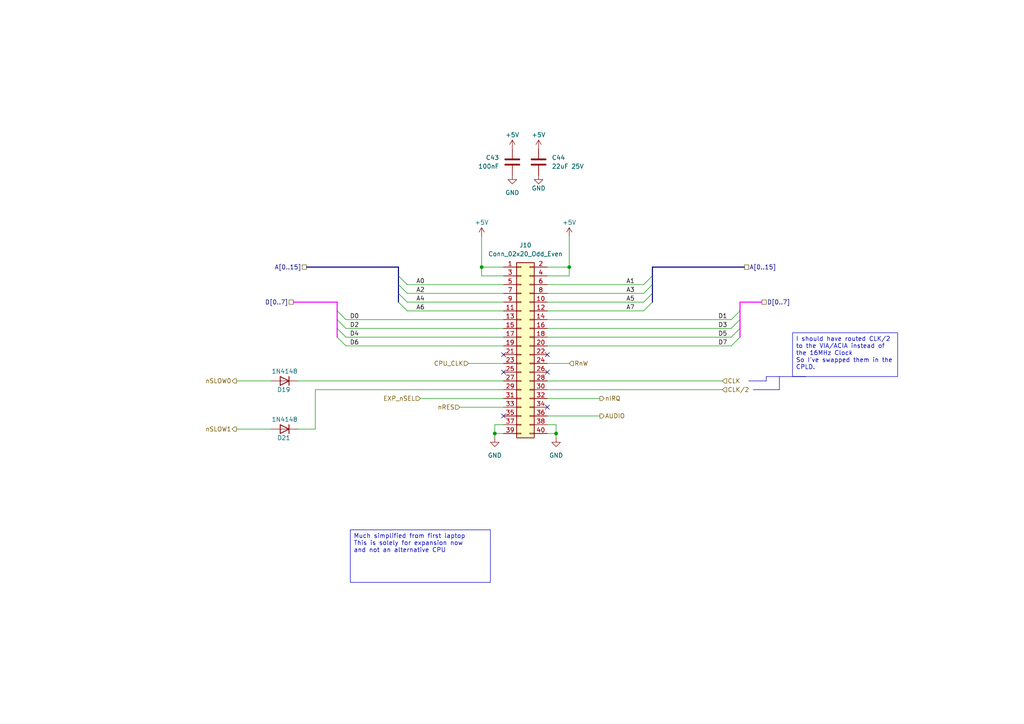
<source format=kicad_sch>
(kicad_sch (version 20250114) (generator "eeschema") (generator_version "9.0")
  (paper "A4")
  (lib_symbols
    (symbol "Connector_Generic:Conn_02x20_Odd_Even" (pin_names (offset 1.016) (hide yes))
      (property "Reference" "J" (at 1.27 25.4 0))
      (property "Value" "Conn_02x20_Odd_Even" (at 1.27 -27.94 0))
      (symbol "Conn_02x20_Odd_Even_1_1"
        (rectangle (start -1.27 24.13) (end 3.81 -26.67) (stroke (width 0.254)) (fill (type background)))
        (rectangle (start -1.27 22.987) (end 0 22.733) (stroke (width 0.1524)))
        (rectangle (start -1.27 20.447) (end 0 20.193) (stroke (width 0.1524)))
        (rectangle (start -1.27 17.907) (end 0 17.653) (stroke (width 0.1524)))
        (rectangle (start -1.27 15.367) (end 0 15.113) (stroke (width 0.1524)))
        (rectangle (start -1.27 12.827) (end 0 12.573) (stroke (width 0.1524)))
        (rectangle (start -1.27 10.287) (end 0 10.033) (stroke (width 0.1524)))
        (rectangle (start -1.27 7.747) (end 0 7.493) (stroke (width 0.1524)))
        (rectangle (start -1.27 5.207) (end 0 4.953) (stroke (width 0.1524)))
        (rectangle (start -1.27 2.667) (end 0 2.413) (stroke (width 0.1524)))
        (rectangle (start -1.27 0.127) (end 0 -0.127) (stroke (width 0.1524)))
        (rectangle (start -1.27 -2.413) (end 0 -2.667) (stroke (width 0.1524)))
        (rectangle (start -1.27 -4.953) (end 0 -5.207) (stroke (width 0.1524)))
        (rectangle (start -1.27 -7.493) (end 0 -7.747) (stroke (width 0.1524)))
        (rectangle (start -1.27 -10.033) (end 0 -10.287) (stroke (width 0.1524)))
        (rectangle (start -1.27 -12.573) (end 0 -12.827) (stroke (width 0.1524)))
        (rectangle (start -1.27 -15.113) (end 0 -15.367) (stroke (width 0.1524)))
        (rectangle (start -1.27 -17.653) (end 0 -17.907) (stroke (width 0.1524)))
        (rectangle (start -1.27 -20.193) (end 0 -20.447) (stroke (width 0.1524)))
        (rectangle (start -1.27 -22.733) (end 0 -22.987) (stroke (width 0.1524)))
        (rectangle (start -1.27 -25.273) (end 0 -25.527) (stroke (width 0.1524)))
        (rectangle (start 3.81 22.987) (end 2.54 22.733) (stroke (width 0.1524)))
        (rectangle (start 3.81 20.447) (end 2.54 20.193) (stroke (width 0.1524)))
        (rectangle (start 3.81 17.907) (end 2.54 17.653) (stroke (width 0.1524)))
        (rectangle (start 3.81 15.367) (end 2.54 15.113) (stroke (width 0.1524)))
        (rectangle (start 3.81 12.827) (end 2.54 12.573) (stroke (width 0.1524)))
        (rectangle (start 3.81 10.287) (end 2.54 10.033) (stroke (width 0.1524)))
        (rectangle (start 3.81 7.747) (end 2.54 7.493) (stroke (width 0.1524)))
        (rectangle (start 3.81 5.207) (end 2.54 4.953) (stroke (width 0.1524)))
        (rectangle (start 3.81 2.667) (end 2.54 2.413) (stroke (width 0.1524)))
        (rectangle (start 3.81 0.127) (end 2.54 -0.127) (stroke (width 0.1524)))
        (rectangle (start 3.81 -2.413) (end 2.54 -2.667) (stroke (width 0.1524)))
        (rectangle (start 3.81 -4.953) (end 2.54 -5.207) (stroke (width 0.1524)))
        (rectangle (start 3.81 -7.493) (end 2.54 -7.747) (stroke (width 0.1524)))
        (rectangle (start 3.81 -10.033) (end 2.54 -10.287) (stroke (width 0.1524)))
        (rectangle (start 3.81 -12.573) (end 2.54 -12.827) (stroke (width 0.1524)))
        (rectangle (start 3.81 -15.113) (end 2.54 -15.367) (stroke (width 0.1524)))
        (rectangle (start 3.81 -17.653) (end 2.54 -17.907) (stroke (width 0.1524)))
        (rectangle (start 3.81 -20.193) (end 2.54 -20.447) (stroke (width 0.1524)))
        (rectangle (start 3.81 -22.733) (end 2.54 -22.987) (stroke (width 0.1524)))
        (rectangle (start 3.81 -25.273) (end 2.54 -25.527) (stroke (width 0.1524)))
        (pin passive line (at -5.08 22.86 0) (length 3.81) (name "Pin_1") (number "1"))
        (pin passive line (at -5.08 20.32 0) (length 3.81) (name "Pin_3") (number "3"))
        (pin passive line (at -5.08 17.78 0) (length 3.81) (name "Pin_5") (number "5"))
        (pin passive line (at -5.08 15.24 0) (length 3.81) (name "Pin_7") (number "7"))
        (pin passive line (at -5.08 12.7 0) (length 3.81) (name "Pin_9") (number "9"))
        (pin passive line (at -5.08 10.16 0) (length 3.81) (name "Pin_11") (number "11"))
        (pin passive line (at -5.08 7.62 0) (length 3.81) (name "Pin_13") (number "13"))
        (pin passive line (at -5.08 5.08 0) (length 3.81) (name "Pin_15") (number "15"))
        (pin passive line (at -5.08 2.54 0) (length 3.81) (name "Pin_17") (number "17"))
        (pin passive line (at -5.08 0 0) (length 3.81) (name "Pin_19") (number "19"))
        (pin passive line (at -5.08 -2.54 0) (length 3.81) (name "Pin_21") (number "21"))
        (pin passive line (at -5.08 -5.08 0) (length 3.81) (name "Pin_23") (number "23"))
        (pin passive line (at -5.08 -7.62 0) (length 3.81) (name "Pin_25") (number "25"))
        (pin passive line (at -5.08 -10.16 0) (length 3.81) (name "Pin_27") (number "27"))
        (pin passive line (at -5.08 -12.7 0) (length 3.81) (name "Pin_29") (number "29"))
        (pin passive line (at -5.08 -15.24 0) (length 3.81) (name "Pin_31") (number "31"))
        (pin passive line (at -5.08 -17.78 0) (length 3.81) (name "Pin_33") (number "33"))
        (pin passive line (at -5.08 -20.32 0) (length 3.81) (name "Pin_35") (number "35"))
        (pin passive line (at -5.08 -22.86 0) (length 3.81) (name "Pin_37") (number "37"))
        (pin passive line (at -5.08 -25.4 0) (length 3.81) (name "Pin_39") (number "39"))
        (pin passive line (at 7.62 22.86 180) (length 3.81) (name "Pin_2") (number "2"))
        (pin passive line (at 7.62 20.32 180) (length 3.81) (name "Pin_4") (number "4"))
        (pin passive line (at 7.62 17.78 180) (length 3.81) (name "Pin_6") (number "6"))
        (pin passive line (at 7.62 15.24 180) (length 3.81) (name "Pin_8") (number "8"))
        (pin passive line (at 7.62 12.7 180) (length 3.81) (name "Pin_10") (number "10"))
        (pin passive line (at 7.62 10.16 180) (length 3.81) (name "Pin_12") (number "12"))
        (pin passive line (at 7.62 7.62 180) (length 3.81) (name "Pin_14") (number "14"))
        (pin passive line (at 7.62 5.08 180) (length 3.81) (name "Pin_16") (number "16"))
        (pin passive line (at 7.62 2.54 180) (length 3.81) (name "Pin_18") (number "18"))
        (pin passive line (at 7.62 0 180) (length 3.81) (name "Pin_20") (number "20"))
        (pin passive line (at 7.62 -2.54 180) (length 3.81) (name "Pin_22") (number "22"))
        (pin passive line (at 7.62 -5.08 180) (length 3.81) (name "Pin_24") (number "24"))
        (pin passive line (at 7.62 -7.62 180) (length 3.81) (name "Pin_26") (number "26"))
        (pin passive line (at 7.62 -10.16 180) (length 3.81) (name "Pin_28") (number "28"))
        (pin passive line (at 7.62 -12.7 180) (length 3.81) (name "Pin_30") (number "30"))
        (pin passive line (at 7.62 -15.24 180) (length 3.81) (name "Pin_32") (number "32"))
        (pin passive line (at 7.62 -17.78 180) (length 3.81) (name "Pin_34") (number "34"))
        (pin passive line (at 7.62 -20.32 180) (length 3.81) (name "Pin_36") (number "36"))
        (pin passive line (at 7.62 -22.86 180) (length 3.81) (name "Pin_38") (number "38"))
        (pin passive line (at 7.62 -25.4 180) (length 3.81) (name "Pin_40") (number "40"))
      )
    )
    (symbol "Device:C" (pin_numbers (hide yes)) (pin_names (offset 0.254))
      (property "Reference" "C" (at 0.635 2.54 0))
      (property "Value" "C" (at 0.635 -2.54 0))
      (symbol "C_0_1"
        (polyline (pts (xy -2.032 0.762) (xy 2.032 0.762)) (stroke (width 0.508)))
        (polyline (pts (xy -2.032 -0.762) (xy 2.032 -0.762)) (stroke (width 0.508)))
      )
      (symbol "C_1_1"
        (pin passive line (at 0 3.81 270) (length 2.794) (name "~") (number "1"))
        (pin passive line (at 0 -3.81 90) (length 2.794) (name "~") (number "2"))
      )
    )
    (symbol "Diode:1N4148" (pin_numbers (hide yes)) (pin_names (hide yes))
      (property "Reference" "D" (at 0 2.54 0))
      (property "Value" "1N4148" (at 0 -2.54 0))
      (symbol "1N4148_0_1"
        (polyline (pts (xy -1.27 1.27) (xy -1.27 -1.27)) (stroke (width 0.254)))
        (polyline (pts (xy 1.27 1.27) (xy 1.27 -1.27) (xy -1.27 0) (xy 1.27 1.27)) (stroke (width 0.254)))
        (polyline (pts (xy 1.27 0) (xy -1.27 0)))
      )
      (symbol "1N4148_1_1"
        (pin passive line (at -3.81 0 0) (length 2.54) (name "K") (number "1"))
        (pin passive line (at 3.81 0 180) (length 2.54) (name "A") (number "2"))
      )
    )
    (symbol "power:+5V" (power) (pin_names (offset 0))
      (property "Value" "+5V" (at 0 3.556 0))
      (symbol "+5V_0_1"
        (polyline (pts (xy -0.762 1.27) (xy 0 2.54)))
        (polyline (pts (xy 0 2.54) (xy 0.762 1.27)))
        (polyline (pts (xy 0 0) (xy 0 2.54)))
      )
      (symbol "+5V_1_1"
        (pin power_in line (at 0 0 90) (length 0) (hide yes) (name "+5V") (number "1"))
      )
    )
    (symbol "power:GND" (power) (pin_names (offset 0))
      (property "Value" "GND" (at 0 -3.81 0))
      (symbol "GND_0_1"
        (polyline (pts (xy 0 0) (xy 0 -1.27) (xy 1.27 -1.27) (xy 0 -2.54) (xy -1.27 -1.27) (xy 0 -1.27)))
      )
      (symbol "GND_1_1"
        (pin power_in line (at 0 0 270) (length 0) (hide yes) (name "GND") (number "1"))
      )
    )
  )
  (text_box "I should have routed CLK/2 to the VIA/ACIA instead of the 16MHz Clock\nSo I've swapped them in the CPLD.\n" (at 229.87 96.52 0) (size 30.48 12.7) (margins 0.9525 0.9525 0.9525 0.9525) (effects (font (size 1.27 1.27)) (justify left top)))
  (text_box "Much simplified from first laptop\nThis is solely for expansion now\nand not an alternative CPU" (at 101.6 153.67 0) (size 40.64 15.24) (margins 0.9525 0.9525 0.9525 0.9525) (effects (font (size 1.27 1.27)) (justify left top)))
  (junction (at 165.1 77.47))
  (junction (at 139.7 77.47))
  (junction (at 143.51 125.73))
  (junction (at 161.29 125.73))
  (no_connect (at 158.75 118.11))
  (no_connect (at 158.75 107.95))
  (no_connect (at 158.75 102.87))
  (no_connect (at 146.05 102.87))
  (no_connect (at 146.05 107.95))
  (no_connect (at 146.05 120.65))
  (bus_entry (at 100.33 97.79) (size -2.54 -2.54))
  (bus_entry (at 212.09 92.71) (size 2.54 -2.54))
  (bus_entry (at 118.11 85.09) (size -2.54 -2.54))
  (bus_entry (at 100.33 95.25) (size -2.54 -2.54))
  (bus_entry (at 186.69 82.55) (size 2.54 -2.54))
  (bus_entry (at 186.69 85.09) (size 2.54 -2.54))
  (bus_entry (at 118.11 82.55) (size -2.54 -2.54))
  (bus_entry (at 100.33 92.71) (size -2.54 -2.54))
  (bus_entry (at 212.09 97.79) (size 2.54 -2.54))
  (bus_entry (at 186.69 90.17) (size 2.54 -2.54))
  (bus_entry (at 212.09 95.25) (size 2.54 -2.54))
  (bus_entry (at 100.33 100.33) (size -2.54 -2.54))
  (bus_entry (at 186.69 87.63) (size 2.54 -2.54))
  (bus_entry (at 118.11 87.63) (size -2.54 -2.54))
  (bus_entry (at 118.11 90.17) (size -2.54 -2.54))
  (bus_entry (at 212.09 100.33) (size 2.54 -2.54))
  (wire (pts (xy 146.05 85.09) (xy 118.11 85.09)))
  (wire (pts (xy 139.7 77.47) (xy 146.05 77.47)))
  (wire (pts (xy 143.51 127) (xy 143.51 125.73)))
  (wire (pts (xy 146.05 95.25) (xy 100.33 95.25)))
  (wire (pts (xy 146.05 100.33) (xy 100.33 100.33)))
  (wire (pts (xy 135.89 105.41) (xy 146.05 105.41)))
  (bus (pts (xy 115.57 80.01) (xy 115.57 77.47)))
  (bus (pts (xy 189.23 82.55) (xy 189.23 80.01)))
  (wire (pts (xy 146.05 80.01) (xy 139.7 80.01)))
  (bus (pts (xy 115.57 85.09) (xy 115.57 82.55)))
  (wire (pts (xy 161.29 125.73) (xy 158.75 125.73)))
  (wire (pts (xy 139.7 80.01) (xy 139.7 77.47)))
  (wire (pts (xy 161.29 127) (xy 161.29 125.73)))
  (wire (pts (xy 158.75 95.25) (xy 212.09 95.25)))
  (wire (pts (xy 173.99 115.57) (xy 158.75 115.57)))
  (wire (pts (xy 158.75 80.01) (xy 165.1 80.01)))
  (bus (pts (xy 220.98 87.63) (xy 214.63 87.63)) (stroke (width 0) (color 255 0 255 1)))
  (wire (pts (xy 158.75 105.41) (xy 165.1 105.41)))
  (wire (pts (xy 68.58 124.46) (xy 78.74 124.46)))
  (wire (pts (xy 146.05 90.17) (xy 118.11 90.17)))
  (bus (pts (xy 189.23 87.63) (xy 189.23 85.09)))
  (wire (pts (xy 121.92 115.57) (xy 146.05 115.57)))
  (wire (pts (xy 161.29 123.19) (xy 161.29 125.73)))
  (wire (pts (xy 158.75 92.71) (xy 212.09 92.71)))
  (wire (pts (xy 146.05 123.19) (xy 143.51 123.19)))
  (bus (pts (xy 97.79 95.25) (xy 97.79 97.79)) (stroke (width 0) (color 255 0 255 1)))
  (bus (pts (xy 214.63 95.25) (xy 214.63 97.79)) (stroke (width 0) (color 255 0 255 1)))
  (wire (pts (xy 143.51 123.19) (xy 143.51 125.73)))
  (wire (pts (xy 158.75 100.33) (xy 212.09 100.33)))
  (wire (pts (xy 143.51 125.73) (xy 146.05 125.73)))
  (wire (pts (xy 158.75 110.49) (xy 209.55 110.49)))
  (polyline (pts (xy 226.06 109.22) (xy 226.06 113.03)))
  (polyline (pts (xy 233.68 109.22) (xy 226.06 109.22)))
  (wire (pts (xy 91.44 124.46) (xy 91.44 113.03)))
  (polyline (pts (xy 218.44 113.03) (xy 226.06 113.03)))
  (polyline (pts (xy 226.06 109.22) (xy 222.25 109.22)))
  (wire (pts (xy 91.44 113.03) (xy 146.05 113.03)))
  (bus (pts (xy 214.63 92.71) (xy 214.63 95.25)) (stroke (width 0) (color 255 0 255 1)))
  (wire (pts (xy 139.7 68.58) (xy 139.7 77.47)))
  (bus (pts (xy 85.09 87.63) (xy 97.79 87.63)) (stroke (width 0) (color 255 0 255 1)))
  (wire (pts (xy 86.36 110.49) (xy 146.05 110.49)))
  (bus (pts (xy 214.63 87.63) (xy 214.63 90.17)) (stroke (width 0) (color 255 0 255 1)))
  (bus (pts (xy 97.79 90.17) (xy 97.79 87.63)) (stroke (width 0) (color 255 0 255 1)))
  (bus (pts (xy 215.9 77.47) (xy 189.23 77.47)))
  (wire (pts (xy 86.36 124.46) (xy 91.44 124.46)))
  (wire (pts (xy 146.05 97.79) (xy 100.33 97.79)))
  (wire (pts (xy 158.75 97.79) (xy 212.09 97.79)))
  (wire (pts (xy 165.1 77.47) (xy 165.1 80.01)))
  (wire (pts (xy 173.99 120.65) (xy 158.75 120.65)))
  (bus (pts (xy 97.79 90.17) (xy 97.79 92.71)) (stroke (width 0) (color 255 0 255 1)))
  (wire (pts (xy 186.69 90.17) (xy 158.75 90.17)))
  (wire (pts (xy 146.05 82.55) (xy 118.11 82.55)))
  (wire (pts (xy 146.05 92.71) (xy 100.33 92.71)))
  (wire (pts (xy 158.75 113.03) (xy 209.55 113.03)))
  (bus (pts (xy 115.57 82.55) (xy 115.57 80.01)))
  (wire (pts (xy 158.75 82.55) (xy 186.69 82.55)))
  (polyline (pts (xy 222.25 109.22) (xy 222.25 110.49)))
  (wire (pts (xy 165.1 68.58) (xy 165.1 77.47)))
  (wire (pts (xy 158.75 123.19) (xy 161.29 123.19)))
  (wire (pts (xy 158.75 85.09) (xy 186.69 85.09)))
  (bus (pts (xy 189.23 77.47) (xy 189.23 80.01)))
  (bus (pts (xy 189.23 85.09) (xy 189.23 82.55)))
  (bus (pts (xy 88.9 77.47) (xy 115.57 77.47)))
  (bus (pts (xy 214.63 90.17) (xy 214.63 92.71)) (stroke (width 0) (color 255 0 255 1)))
  (wire (pts (xy 146.05 87.63) (xy 118.11 87.63)))
  (wire (pts (xy 165.1 77.47) (xy 158.75 77.47)))
  (bus (pts (xy 115.57 87.63) (xy 115.57 85.09)))
  (wire (pts (xy 78.74 110.49) (xy 68.58 110.49)))
  (wire (pts (xy 133.35 118.11) (xy 146.05 118.11)))
  (wire (pts (xy 158.75 87.63) (xy 186.69 87.63)))
  (polyline (pts (xy 217.17 110.49) (xy 222.25 110.49)))
  (bus (pts (xy 97.79 92.71) (xy 97.79 95.25)) (stroke (width 0) (color 255 0 255 1)))
  (label "D1" (at 208.28 92.71 0))
  (label "A1" (at 181.61 82.55 0))
  (label "D4" (at 104.14 97.79 180))
  (label "A6" (at 123.19 90.17 180))
  (label "A3" (at 181.61 85.09 0))
  (label "D3" (at 208.28 95.25 0))
  (label "D5" (at 208.28 97.79 0))
  (label "D7" (at 208.28 100.33 0))
  (label "A0" (at 123.19 82.55 180))
  (label "A7" (at 181.61 90.17 0))
  (label "D0" (at 104.14 92.71 180))
  (label "A2" (at 123.19 85.09 180))
  (label "D6" (at 104.14 100.33 180))
  (label "A5" (at 181.61 87.63 0))
  (label "A4" (at 123.19 87.63 180))
  (label "D2" (at 104.14 95.25 180))
  (hierarchical_label "RnW" (shape input) (at 165.1 105.41 0))
  (hierarchical_label "A[0..15]" (shape passive) (at 215.9 77.47 0))
  (hierarchical_label "EXP_nSEL" (shape input) (at 121.92 115.57 180))
  (hierarchical_label "D[0..7]" (shape passive) (at 85.09 87.63 180))
  (hierarchical_label "CPU_CLK" (shape input) (at 135.89 105.41 180))
  (hierarchical_label "AUDIO" (shape output) (at 173.99 120.65 0))
  (hierarchical_label "nSLOW0" (shape output) (at 68.58 110.49 180))
  (hierarchical_label "nIRQ" (shape output) (at 173.99 115.57 0))
  (hierarchical_label "nSLOW1" (shape output) (at 68.58 124.46 180))
  (hierarchical_label "CLK{slash}2" (shape input) (at 209.55 113.03 0))
  (hierarchical_label "D[0..7]" (shape passive) (at 220.98 87.63 0))
  (hierarchical_label "nRES" (shape input) (at 133.35 118.11 180))
  (hierarchical_label "A[0..15]" (shape passive) (at 88.9 77.47 180))
  (hierarchical_label "CLK" (shape input) (at 209.55 110.49 0))
  (symbol (lib_id "power:+5V") (at 139.7 68.58 0) (mirror y) (unit 1)
    (property "Reference" "#PWR0178" (effects (hide yes)))
    (property "Value" "+5V" (at 139.7 64.516 0))
  )
  (symbol (lib_id "Connector_Generic:Conn_02x20_Odd_Even") (at 151.13 100.33 0) (unit 1)
    (property "Reference" "J10" (at 152.4 71.12 0))
    (property "Value" "Conn_02x20_Odd_Even" (at 152.4 73.66 0))
    (property "Footprint" "Connector_PinHeader_2.54mm:PinHeader_2x20_P2.54mm_Horizontal" (effects (hide yes)))
    (property "Description" "Generic connector, double row, 02x20, odd/even pin numbering scheme (row 1 odd numbers, row 2 even numbers), script generated (kicad-library-utils/schlib/autogen/connector/)" (effects (hide yes)))
  )
  (symbol (lib_id "power:+5V") (at 148.59 43.18 0) (mirror y) (unit 1)
    (property "Reference" "#PWR0174" (effects (hide yes)))
    (property "Value" "+5V" (at 148.59 39.116 0))
  )
  (symbol (lib_id "Device:C") (at 156.21 46.99 0) (mirror y) (unit 1)
    (property "Reference" "C44" (at 160.02 45.7199 0) (effects (justify right)))
    (property "Value" "22uF 25V" (at 160.02 48.2599 0) (effects (justify right)))
    (property "Footprint" "Capacitor_SMD:C_0805_2012Metric" (effects (hide yes)))
    (property "Description" "Unpolarized capacitor" (effects (hide yes)))
    (property "LCSC" "C45783" (effects (hide yes)))
  )
  (symbol (lib_id "power:GND") (at 148.59 50.8 0) (mirror y) (unit 1)
    (property "Reference" "#PWR0175" (effects (hide yes)))
    (property "Value" "GND" (at 148.59 55.88 0))
  )
  (symbol (lib_id "Diode:1N4148") (at 82.55 124.46 180) (unit 1)
    (property "Reference" "D21" (at 82.296 127 0))
    (property "Value" "1N4148" (at 82.55 121.666 0))
    (property "Footprint" "Diode_THT:D_DO-35_SOD27_P7.62mm_Horizontal" (effects (hide yes)))
    (property "Datasheet" "https://assets.nexperia.com/documents/data-sheet/1N4148_1N4448.pdf" (effects (hide yes)))
    (property "Description" "100V 0.15A standard switching diode, DO-35" (effects (hide yes)))
    (property "Sim.Device" "D" (effects (hide yes)))
    (property "Sim.Pins" "1=K 2=A" (effects (hide yes)))
    (property "LCSC" "DNF" (effects (hide yes)))
  )
  (symbol (lib_id "power:GND") (at 161.29 127 0) (unit 1)
    (property "Reference" "#PWR0171" (effects (hide yes)))
    (property "Value" "GND" (at 161.29 132.08 0))
  )
  (symbol (lib_id "Device:C") (at 148.59 46.99 0) (mirror y) (unit 1)
    (property "Reference" "C43" (at 144.78 45.7199 0) (effects (justify left)))
    (property "Value" "100nF" (at 144.78 48.2599 0) (effects (justify left)))
    (property "Footprint" "Capacitor_SMD:C_0402_1005Metric" (effects (hide yes)))
    (property "Description" "Unpolarized capacitor" (effects (hide yes)))
    (property "LCSC" "C113803" (effects (hide yes)))
  )
  (symbol (lib_id "power:GND") (at 156.21 50.8 0) (mirror y) (unit 1)
    (property "Reference" "#PWR0177" (effects (hide yes)))
    (property "Value" "GND" (at 156.21 54.61 0))
  )
  (symbol (lib_id "Diode:1N4148") (at 82.55 110.49 180) (unit 1)
    (property "Reference" "D19" (at 82.296 113.03 0))
    (property "Value" "1N4148" (at 82.55 107.696 0))
    (property "Footprint" "Diode_THT:D_DO-35_SOD27_P7.62mm_Horizontal" (effects (hide yes)))
    (property "Datasheet" "https://assets.nexperia.com/documents/data-sheet/1N4148_1N4448.pdf" (effects (hide yes)))
    (property "Description" "100V 0.15A standard switching diode, DO-35" (effects (hide yes)))
    (property "Sim.Device" "D" (effects (hide yes)))
    (property "Sim.Pins" "1=K 2=A" (effects (hide yes)))
    (property "LCSC" "DNF" (effects (hide yes)))
  )
  (symbol (lib_id "power:+5V") (at 156.21 43.18 0) (mirror y) (unit 1)
    (property "Reference" "#PWR0176" (effects (hide yes)))
    (property "Value" "+5V" (at 156.21 39.116 0))
  )
  (symbol (lib_id "power:+5V") (at 165.1 68.58 0) (unit 1)
    (property "Reference" "#PWR082" (effects (hide yes)))
    (property "Value" "+5V" (at 165.1 64.516 0))
  )
  (symbol (lib_id "power:GND") (at 143.51 127 0) (mirror y) (unit 1)
    (property "Reference" "#PWR0170" (effects (hide yes)))
    (property "Value" "GND" (at 143.51 132.08 0))
  )
)
</source>
